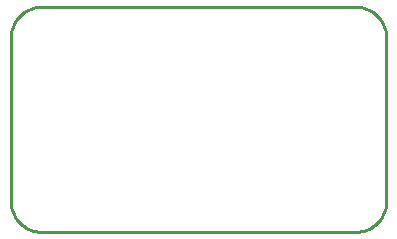
<source format=gbr>
G04 EAGLE Gerber RS-274X export*
G75*
%MOMM*%
%FSLAX34Y34*%
%LPD*%
%IN*%
%IPPOS*%
%AMOC8*
5,1,8,0,0,1.08239X$1,22.5*%
G01*
%ADD10C,0.254000*%


D10*
X0Y25400D02*
X97Y23186D01*
X386Y20989D01*
X865Y18826D01*
X1532Y16713D01*
X2380Y14666D01*
X3403Y12700D01*
X4594Y10831D01*
X5942Y9073D01*
X7440Y7440D01*
X9073Y5942D01*
X10831Y4594D01*
X12700Y3403D01*
X14666Y2380D01*
X16713Y1532D01*
X18826Y865D01*
X20989Y386D01*
X23186Y97D01*
X25400Y0D01*
X292100Y0D01*
X294314Y97D01*
X296511Y386D01*
X298674Y865D01*
X300787Y1532D01*
X302835Y2380D01*
X304800Y3403D01*
X306669Y4594D01*
X308427Y5942D01*
X310061Y7440D01*
X311558Y9073D01*
X312906Y10831D01*
X314097Y12700D01*
X315120Y14666D01*
X315968Y16713D01*
X316635Y18826D01*
X317114Y20989D01*
X317403Y23186D01*
X317500Y25400D01*
X317500Y165100D01*
X317403Y167314D01*
X317114Y169511D01*
X316635Y171674D01*
X315968Y173787D01*
X315120Y175835D01*
X314097Y177800D01*
X312906Y179669D01*
X311558Y181427D01*
X310061Y183061D01*
X308427Y184558D01*
X306669Y185906D01*
X304800Y187097D01*
X302835Y188120D01*
X300787Y188968D01*
X298674Y189635D01*
X296511Y190114D01*
X294314Y190403D01*
X292100Y190500D01*
X25400Y190500D01*
X23186Y190403D01*
X20989Y190114D01*
X18826Y189635D01*
X16713Y188968D01*
X14666Y188120D01*
X12700Y187097D01*
X10831Y185906D01*
X9073Y184558D01*
X7440Y183061D01*
X5942Y181427D01*
X4594Y179669D01*
X3403Y177800D01*
X2380Y175835D01*
X1532Y173787D01*
X865Y171674D01*
X386Y169511D01*
X97Y167314D01*
X0Y165100D01*
X0Y25400D01*
M02*

</source>
